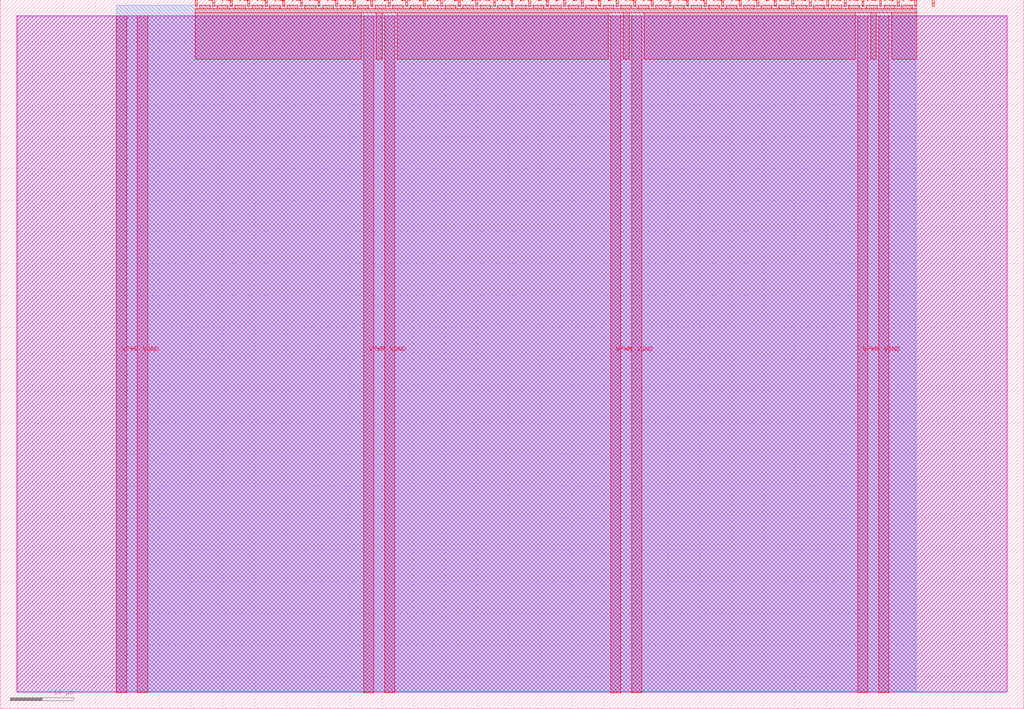
<source format=lef>
VERSION 5.7 ;
  NOWIREEXTENSIONATPIN ON ;
  DIVIDERCHAR "/" ;
  BUSBITCHARS "[]" ;
MACRO tt_um_wokwi_442977452121292801
  CLASS BLOCK ;
  FOREIGN tt_um_wokwi_442977452121292801 ;
  ORIGIN 0.000 0.000 ;
  SIZE 161.000 BY 111.520 ;
  PIN VGND
    DIRECTION INOUT ;
    USE GROUND ;
    PORT
      LAYER met4 ;
        RECT 21.580 2.480 23.180 109.040 ;
    END
    PORT
      LAYER met4 ;
        RECT 60.450 2.480 62.050 109.040 ;
    END
    PORT
      LAYER met4 ;
        RECT 99.320 2.480 100.920 109.040 ;
    END
    PORT
      LAYER met4 ;
        RECT 138.190 2.480 139.790 109.040 ;
    END
  END VGND
  PIN VPWR
    DIRECTION INOUT ;
    USE POWER ;
    PORT
      LAYER met4 ;
        RECT 18.280 2.480 19.880 109.040 ;
    END
    PORT
      LAYER met4 ;
        RECT 57.150 2.480 58.750 109.040 ;
    END
    PORT
      LAYER met4 ;
        RECT 96.020 2.480 97.620 109.040 ;
    END
    PORT
      LAYER met4 ;
        RECT 134.890 2.480 136.490 109.040 ;
    END
  END VPWR
  PIN clk
    DIRECTION INPUT ;
    USE SIGNAL ;
    ANTENNAGATEAREA 0.852000 ;
    PORT
      LAYER met4 ;
        RECT 143.830 110.520 144.130 111.520 ;
    END
  END clk
  PIN ena
    DIRECTION INPUT ;
    USE SIGNAL ;
    PORT
      LAYER met4 ;
        RECT 146.590 110.520 146.890 111.520 ;
    END
  END ena
  PIN rst_n
    DIRECTION INPUT ;
    USE SIGNAL ;
    PORT
      LAYER met4 ;
        RECT 141.070 110.520 141.370 111.520 ;
    END
  END rst_n
  PIN ui_in[0]
    DIRECTION INPUT ;
    USE SIGNAL ;
    ANTENNAGATEAREA 0.196500 ;
    PORT
      LAYER met4 ;
        RECT 138.310 110.520 138.610 111.520 ;
    END
  END ui_in[0]
  PIN ui_in[1]
    DIRECTION INPUT ;
    USE SIGNAL ;
    ANTENNAGATEAREA 0.159000 ;
    PORT
      LAYER met4 ;
        RECT 135.550 110.520 135.850 111.520 ;
    END
  END ui_in[1]
  PIN ui_in[2]
    DIRECTION INPUT ;
    USE SIGNAL ;
    ANTENNAGATEAREA 0.196500 ;
    PORT
      LAYER met4 ;
        RECT 132.790 110.520 133.090 111.520 ;
    END
  END ui_in[2]
  PIN ui_in[3]
    DIRECTION INPUT ;
    USE SIGNAL ;
    PORT
      LAYER met4 ;
        RECT 130.030 110.520 130.330 111.520 ;
    END
  END ui_in[3]
  PIN ui_in[4]
    DIRECTION INPUT ;
    USE SIGNAL ;
    PORT
      LAYER met4 ;
        RECT 127.270 110.520 127.570 111.520 ;
    END
  END ui_in[4]
  PIN ui_in[5]
    DIRECTION INPUT ;
    USE SIGNAL ;
    PORT
      LAYER met4 ;
        RECT 124.510 110.520 124.810 111.520 ;
    END
  END ui_in[5]
  PIN ui_in[6]
    DIRECTION INPUT ;
    USE SIGNAL ;
    PORT
      LAYER met4 ;
        RECT 121.750 110.520 122.050 111.520 ;
    END
  END ui_in[6]
  PIN ui_in[7]
    DIRECTION INPUT ;
    USE SIGNAL ;
    PORT
      LAYER met4 ;
        RECT 118.990 110.520 119.290 111.520 ;
    END
  END ui_in[7]
  PIN uio_in[0]
    DIRECTION INPUT ;
    USE SIGNAL ;
    PORT
      LAYER met4 ;
        RECT 116.230 110.520 116.530 111.520 ;
    END
  END uio_in[0]
  PIN uio_in[1]
    DIRECTION INPUT ;
    USE SIGNAL ;
    PORT
      LAYER met4 ;
        RECT 113.470 110.520 113.770 111.520 ;
    END
  END uio_in[1]
  PIN uio_in[2]
    DIRECTION INPUT ;
    USE SIGNAL ;
    PORT
      LAYER met4 ;
        RECT 110.710 110.520 111.010 111.520 ;
    END
  END uio_in[2]
  PIN uio_in[3]
    DIRECTION INPUT ;
    USE SIGNAL ;
    PORT
      LAYER met4 ;
        RECT 107.950 110.520 108.250 111.520 ;
    END
  END uio_in[3]
  PIN uio_in[4]
    DIRECTION INPUT ;
    USE SIGNAL ;
    PORT
      LAYER met4 ;
        RECT 105.190 110.520 105.490 111.520 ;
    END
  END uio_in[4]
  PIN uio_in[5]
    DIRECTION INPUT ;
    USE SIGNAL ;
    PORT
      LAYER met4 ;
        RECT 102.430 110.520 102.730 111.520 ;
    END
  END uio_in[5]
  PIN uio_in[6]
    DIRECTION INPUT ;
    USE SIGNAL ;
    PORT
      LAYER met4 ;
        RECT 99.670 110.520 99.970 111.520 ;
    END
  END uio_in[6]
  PIN uio_in[7]
    DIRECTION INPUT ;
    USE SIGNAL ;
    PORT
      LAYER met4 ;
        RECT 96.910 110.520 97.210 111.520 ;
    END
  END uio_in[7]
  PIN uio_oe[0]
    DIRECTION OUTPUT ;
    USE SIGNAL ;
    PORT
      LAYER met4 ;
        RECT 49.990 110.520 50.290 111.520 ;
    END
  END uio_oe[0]
  PIN uio_oe[1]
    DIRECTION OUTPUT ;
    USE SIGNAL ;
    PORT
      LAYER met4 ;
        RECT 47.230 110.520 47.530 111.520 ;
    END
  END uio_oe[1]
  PIN uio_oe[2]
    DIRECTION OUTPUT ;
    USE SIGNAL ;
    PORT
      LAYER met4 ;
        RECT 44.470 110.520 44.770 111.520 ;
    END
  END uio_oe[2]
  PIN uio_oe[3]
    DIRECTION OUTPUT ;
    USE SIGNAL ;
    PORT
      LAYER met4 ;
        RECT 41.710 110.520 42.010 111.520 ;
    END
  END uio_oe[3]
  PIN uio_oe[4]
    DIRECTION OUTPUT ;
    USE SIGNAL ;
    PORT
      LAYER met4 ;
        RECT 38.950 110.520 39.250 111.520 ;
    END
  END uio_oe[4]
  PIN uio_oe[5]
    DIRECTION OUTPUT ;
    USE SIGNAL ;
    PORT
      LAYER met4 ;
        RECT 36.190 110.520 36.490 111.520 ;
    END
  END uio_oe[5]
  PIN uio_oe[6]
    DIRECTION OUTPUT ;
    USE SIGNAL ;
    PORT
      LAYER met4 ;
        RECT 33.430 110.520 33.730 111.520 ;
    END
  END uio_oe[6]
  PIN uio_oe[7]
    DIRECTION OUTPUT ;
    USE SIGNAL ;
    PORT
      LAYER met4 ;
        RECT 30.670 110.520 30.970 111.520 ;
    END
  END uio_oe[7]
  PIN uio_out[0]
    DIRECTION OUTPUT ;
    USE SIGNAL ;
    PORT
      LAYER met4 ;
        RECT 72.070 110.520 72.370 111.520 ;
    END
  END uio_out[0]
  PIN uio_out[1]
    DIRECTION OUTPUT ;
    USE SIGNAL ;
    PORT
      LAYER met4 ;
        RECT 69.310 110.520 69.610 111.520 ;
    END
  END uio_out[1]
  PIN uio_out[2]
    DIRECTION OUTPUT ;
    USE SIGNAL ;
    PORT
      LAYER met4 ;
        RECT 66.550 110.520 66.850 111.520 ;
    END
  END uio_out[2]
  PIN uio_out[3]
    DIRECTION OUTPUT ;
    USE SIGNAL ;
    PORT
      LAYER met4 ;
        RECT 63.790 110.520 64.090 111.520 ;
    END
  END uio_out[3]
  PIN uio_out[4]
    DIRECTION OUTPUT ;
    USE SIGNAL ;
    PORT
      LAYER met4 ;
        RECT 61.030 110.520 61.330 111.520 ;
    END
  END uio_out[4]
  PIN uio_out[5]
    DIRECTION OUTPUT ;
    USE SIGNAL ;
    PORT
      LAYER met4 ;
        RECT 58.270 110.520 58.570 111.520 ;
    END
  END uio_out[5]
  PIN uio_out[6]
    DIRECTION OUTPUT ;
    USE SIGNAL ;
    PORT
      LAYER met4 ;
        RECT 55.510 110.520 55.810 111.520 ;
    END
  END uio_out[6]
  PIN uio_out[7]
    DIRECTION OUTPUT ;
    USE SIGNAL ;
    PORT
      LAYER met4 ;
        RECT 52.750 110.520 53.050 111.520 ;
    END
  END uio_out[7]
  PIN uo_out[0]
    DIRECTION OUTPUT ;
    USE SIGNAL ;
    ANTENNADIFFAREA 0.445500 ;
    PORT
      LAYER met4 ;
        RECT 94.150 110.520 94.450 111.520 ;
    END
  END uo_out[0]
  PIN uo_out[1]
    DIRECTION OUTPUT ;
    USE SIGNAL ;
    ANTENNADIFFAREA 0.445500 ;
    PORT
      LAYER met4 ;
        RECT 91.390 110.520 91.690 111.520 ;
    END
  END uo_out[1]
  PIN uo_out[2]
    DIRECTION OUTPUT ;
    USE SIGNAL ;
    ANTENNADIFFAREA 0.445500 ;
    PORT
      LAYER met4 ;
        RECT 88.630 110.520 88.930 111.520 ;
    END
  END uo_out[2]
  PIN uo_out[3]
    DIRECTION OUTPUT ;
    USE SIGNAL ;
    ANTENNADIFFAREA 0.445500 ;
    PORT
      LAYER met4 ;
        RECT 85.870 110.520 86.170 111.520 ;
    END
  END uo_out[3]
  PIN uo_out[4]
    DIRECTION OUTPUT ;
    USE SIGNAL ;
    ANTENNADIFFAREA 0.445500 ;
    PORT
      LAYER met4 ;
        RECT 83.110 110.520 83.410 111.520 ;
    END
  END uo_out[4]
  PIN uo_out[5]
    DIRECTION OUTPUT ;
    USE SIGNAL ;
    ANTENNADIFFAREA 0.445500 ;
    PORT
      LAYER met4 ;
        RECT 80.350 110.520 80.650 111.520 ;
    END
  END uo_out[5]
  PIN uo_out[6]
    DIRECTION OUTPUT ;
    USE SIGNAL ;
    ANTENNADIFFAREA 0.445500 ;
    PORT
      LAYER met4 ;
        RECT 77.590 110.520 77.890 111.520 ;
    END
  END uo_out[6]
  PIN uo_out[7]
    DIRECTION OUTPUT ;
    USE SIGNAL ;
    ANTENNADIFFAREA 0.445500 ;
    PORT
      LAYER met4 ;
        RECT 74.830 110.520 75.130 111.520 ;
    END
  END uo_out[7]
  OBS
      LAYER nwell ;
        RECT 2.570 2.635 158.430 108.990 ;
      LAYER li1 ;
        RECT 2.760 2.635 158.240 108.885 ;
      LAYER met1 ;
        RECT 2.760 2.480 158.240 109.040 ;
      LAYER met2 ;
        RECT 18.310 2.535 143.890 110.685 ;
      LAYER met3 ;
        RECT 18.290 2.555 144.170 110.665 ;
      LAYER met4 ;
        RECT 31.370 110.120 33.030 110.665 ;
        RECT 34.130 110.120 35.790 110.665 ;
        RECT 36.890 110.120 38.550 110.665 ;
        RECT 39.650 110.120 41.310 110.665 ;
        RECT 42.410 110.120 44.070 110.665 ;
        RECT 45.170 110.120 46.830 110.665 ;
        RECT 47.930 110.120 49.590 110.665 ;
        RECT 50.690 110.120 52.350 110.665 ;
        RECT 53.450 110.120 55.110 110.665 ;
        RECT 56.210 110.120 57.870 110.665 ;
        RECT 58.970 110.120 60.630 110.665 ;
        RECT 61.730 110.120 63.390 110.665 ;
        RECT 64.490 110.120 66.150 110.665 ;
        RECT 67.250 110.120 68.910 110.665 ;
        RECT 70.010 110.120 71.670 110.665 ;
        RECT 72.770 110.120 74.430 110.665 ;
        RECT 75.530 110.120 77.190 110.665 ;
        RECT 78.290 110.120 79.950 110.665 ;
        RECT 81.050 110.120 82.710 110.665 ;
        RECT 83.810 110.120 85.470 110.665 ;
        RECT 86.570 110.120 88.230 110.665 ;
        RECT 89.330 110.120 90.990 110.665 ;
        RECT 92.090 110.120 93.750 110.665 ;
        RECT 94.850 110.120 96.510 110.665 ;
        RECT 97.610 110.120 99.270 110.665 ;
        RECT 100.370 110.120 102.030 110.665 ;
        RECT 103.130 110.120 104.790 110.665 ;
        RECT 105.890 110.120 107.550 110.665 ;
        RECT 108.650 110.120 110.310 110.665 ;
        RECT 111.410 110.120 113.070 110.665 ;
        RECT 114.170 110.120 115.830 110.665 ;
        RECT 116.930 110.120 118.590 110.665 ;
        RECT 119.690 110.120 121.350 110.665 ;
        RECT 122.450 110.120 124.110 110.665 ;
        RECT 125.210 110.120 126.870 110.665 ;
        RECT 127.970 110.120 129.630 110.665 ;
        RECT 130.730 110.120 132.390 110.665 ;
        RECT 133.490 110.120 135.150 110.665 ;
        RECT 136.250 110.120 137.910 110.665 ;
        RECT 139.010 110.120 140.670 110.665 ;
        RECT 141.770 110.120 143.430 110.665 ;
        RECT 30.655 109.440 144.145 110.120 ;
        RECT 30.655 102.175 56.750 109.440 ;
        RECT 59.150 102.175 60.050 109.440 ;
        RECT 62.450 102.175 95.620 109.440 ;
        RECT 98.020 102.175 98.920 109.440 ;
        RECT 101.320 102.175 134.490 109.440 ;
        RECT 136.890 102.175 137.790 109.440 ;
        RECT 140.190 102.175 144.145 109.440 ;
  END
END tt_um_wokwi_442977452121292801
END LIBRARY


</source>
